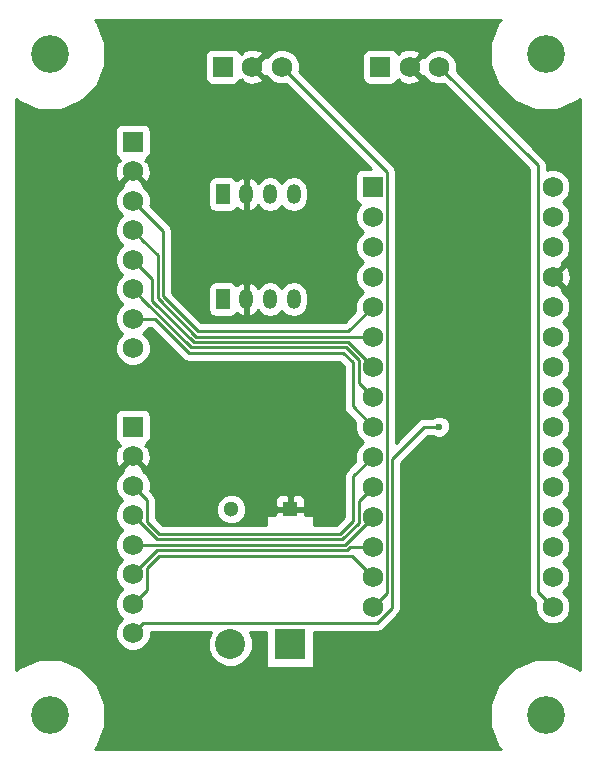
<source format=gbr>
G04 #@! TF.FileFunction,Copper,L2,Bot,Signal*
%FSLAX46Y46*%
G04 Gerber Fmt 4.6, Leading zero omitted, Abs format (unit mm)*
G04 Created by KiCad (PCBNEW 4.0.3+e1-6302~38~ubuntu15.04.1-stable) date Fri Aug 26 22:40:40 2016*
%MOMM*%
%LPD*%
G01*
G04 APERTURE LIST*
%ADD10C,0.100000*%
%ADD11R,1.727200X1.727200*%
%ADD12C,1.727200*%
%ADD13R,1.300000X1.300000*%
%ADD14C,1.300000*%
%ADD15R,1.750000X1.750000*%
%ADD16C,1.750000*%
%ADD17R,1.200000X1.700000*%
%ADD18O,1.200000X1.700000*%
%ADD19R,2.540000X2.540000*%
%ADD20C,2.540000*%
%ADD21C,3.200000*%
%ADD22C,0.600000*%
%ADD23C,0.250000*%
%ADD24C,0.254000*%
G04 APERTURE END LIST*
D10*
D11*
X86360000Y-55245000D03*
D12*
X86360000Y-57785000D03*
X86360000Y-60325000D03*
X86360000Y-62865000D03*
X86360000Y-65405000D03*
X86360000Y-67945000D03*
X86360000Y-70485000D03*
X86360000Y-73025000D03*
X86360000Y-75565000D03*
X86360000Y-78105000D03*
X86360000Y-80645000D03*
X86360000Y-83185000D03*
X86360000Y-85725000D03*
X86360000Y-88265000D03*
X86360000Y-90805000D03*
X101600000Y-90805000D03*
X101600000Y-88265000D03*
X101600000Y-85725000D03*
X101600000Y-83185000D03*
X101600000Y-80645000D03*
X101600000Y-78105000D03*
X101600000Y-75565000D03*
X101600000Y-73025000D03*
X101600000Y-70485000D03*
X101600000Y-67945000D03*
X101600000Y-65405000D03*
X101600000Y-62865000D03*
X101600000Y-60325000D03*
X101600000Y-57785000D03*
X101600000Y-55245000D03*
D13*
X79375000Y-82550000D03*
D14*
X74375000Y-82550000D03*
D15*
X66040000Y-51435000D03*
D16*
X66040000Y-53935000D03*
X66040000Y-56435000D03*
X66040000Y-58935000D03*
X66040000Y-61435000D03*
X66040000Y-63935000D03*
X66040000Y-66435000D03*
X66040000Y-68935000D03*
D15*
X66040000Y-75565000D03*
D16*
X66040000Y-78065000D03*
X66040000Y-80565000D03*
X66040000Y-83065000D03*
X66040000Y-85565000D03*
X66040000Y-88065000D03*
X66040000Y-90565000D03*
X66040000Y-93065000D03*
D17*
X73660000Y-55880000D03*
D18*
X75660000Y-55880000D03*
X77660000Y-55880000D03*
X79660000Y-55880000D03*
D17*
X73660000Y-64770000D03*
D18*
X75660000Y-64770000D03*
X77660000Y-64770000D03*
X79660000Y-64770000D03*
D19*
X79375000Y-93980000D03*
D20*
X74295000Y-93980000D03*
D15*
X73660000Y-45085000D03*
D16*
X76160000Y-45085000D03*
X78660000Y-45085000D03*
D15*
X86995000Y-45085000D03*
D16*
X89495000Y-45085000D03*
X91995000Y-45085000D03*
D21*
X59000000Y-44000000D03*
X101000000Y-44000000D03*
X59000000Y-100000000D03*
X101000000Y-100000000D03*
D22*
X91980000Y-75565000D03*
D23*
X71536410Y-67469242D02*
X68590031Y-64522863D01*
X84295758Y-67469242D02*
X71536410Y-67469242D01*
X68590031Y-58985031D02*
X66914999Y-57309999D01*
X68590031Y-64522863D02*
X68590031Y-58985031D01*
X86360000Y-65405000D02*
X84295758Y-67469242D01*
X66914999Y-57309999D02*
X66040000Y-56435000D01*
X66914999Y-59809999D02*
X66040000Y-58935000D01*
X86360000Y-67945000D02*
X71375757Y-67945000D01*
X68140020Y-61035020D02*
X66914999Y-59809999D01*
X68140020Y-64709263D02*
X68140020Y-61035020D01*
X71375757Y-67945000D02*
X68140020Y-64709263D01*
X66914999Y-62309999D02*
X66040000Y-61435000D01*
X67690009Y-64895663D02*
X67690009Y-63085009D01*
X71189357Y-68395011D02*
X67690009Y-64895663D01*
X84270011Y-68395011D02*
X71189357Y-68395011D01*
X67690009Y-63085009D02*
X66914999Y-62309999D01*
X86360000Y-70485000D02*
X84270011Y-68395011D01*
X86360000Y-73025000D02*
X85171399Y-71836399D01*
X66914999Y-64809999D02*
X66040000Y-63935000D01*
X85171399Y-71836399D02*
X85171399Y-69957784D01*
X70950019Y-68845019D02*
X66914999Y-64809999D01*
X85171399Y-69957784D02*
X84058634Y-68845019D01*
X84058634Y-68845019D02*
X70950019Y-68845019D01*
X66040000Y-66435000D02*
X67903590Y-66435000D01*
X67903590Y-66435000D02*
X70763619Y-69295029D01*
X84648040Y-73853040D02*
X86360000Y-75565000D01*
X70763619Y-69295029D02*
X83833611Y-69295029D01*
X83833611Y-69295029D02*
X84648040Y-70109458D01*
X84648040Y-70109458D02*
X84648040Y-73853040D01*
X66040000Y-66435000D02*
X67773580Y-66435000D01*
X66040000Y-80565000D02*
X67240001Y-81765001D01*
X67240001Y-81765001D02*
X67240001Y-83628591D01*
X67240001Y-83628591D02*
X68276388Y-84664978D01*
X68276388Y-84664978D02*
X83573052Y-84664978D01*
X83573052Y-84664978D02*
X84721389Y-83516641D01*
X84721389Y-83516641D02*
X84721389Y-79743611D01*
X84721389Y-79743611D02*
X86360000Y-78105000D01*
X66595000Y-80010000D02*
X66040000Y-80565000D01*
X86360000Y-80645000D02*
X85171399Y-81833601D01*
X85171399Y-83703042D02*
X83759452Y-85114989D01*
X85171399Y-81833601D02*
X85171399Y-83703042D01*
X83759452Y-85114989D02*
X68089989Y-85114989D01*
X68089989Y-85114989D02*
X66040000Y-83065000D01*
X83980000Y-85565000D02*
X66040000Y-85565000D01*
X86360000Y-83185000D02*
X83980000Y-85565000D01*
X86360000Y-85725000D02*
X84456410Y-85725000D01*
X84456410Y-85725000D02*
X84152799Y-86028611D01*
X84152799Y-86028611D02*
X68076389Y-86028611D01*
X68076389Y-86028611D02*
X66040000Y-88065000D01*
X66240000Y-88265000D02*
X66040000Y-88065000D01*
X66040000Y-90565000D02*
X67240001Y-89364999D01*
X67240001Y-89364999D02*
X67240001Y-87501409D01*
X67240001Y-87501409D02*
X68252466Y-86488944D01*
X68252466Y-86488944D02*
X84583944Y-86488944D01*
X84583944Y-86488944D02*
X86360000Y-88265000D01*
X86360000Y-90805000D02*
X87548601Y-89616399D01*
X87548601Y-89616399D02*
X87548601Y-53973601D01*
X87548601Y-53973601D02*
X78660000Y-45085000D01*
X101600000Y-90805000D02*
X100330000Y-89535000D01*
X100330000Y-89535000D02*
X100330000Y-53420000D01*
X100330000Y-53420000D02*
X91995000Y-45085000D01*
X91980000Y-75565000D02*
X90730000Y-75565000D01*
X90730000Y-75565000D02*
X87998611Y-78296389D01*
X87998611Y-78296389D02*
X87998611Y-90925519D01*
X86734129Y-92190001D02*
X66914999Y-92190001D01*
X87998611Y-90925519D02*
X86734129Y-92190001D01*
X66914999Y-92190001D02*
X66040000Y-93065000D01*
X66040000Y-93065000D02*
X66040000Y-93345000D01*
D24*
G36*
X96994981Y-41318874D02*
X96273823Y-43055617D01*
X96272182Y-44936133D01*
X96990308Y-46674132D01*
X98318874Y-48005019D01*
X100055617Y-48726177D01*
X101936133Y-48727818D01*
X103674132Y-48009692D01*
X103873000Y-47811171D01*
X103873000Y-96187190D01*
X103681126Y-95994981D01*
X101944383Y-95273823D01*
X100063867Y-95272182D01*
X98325868Y-95990308D01*
X96994981Y-97318874D01*
X96273823Y-99055617D01*
X96272182Y-100936133D01*
X96990308Y-102674132D01*
X97188829Y-102873000D01*
X62812810Y-102873000D01*
X63005019Y-102681126D01*
X63726177Y-100944383D01*
X63727818Y-99063867D01*
X63009692Y-97325868D01*
X61681126Y-95994981D01*
X59944383Y-95273823D01*
X58063867Y-95272182D01*
X56325868Y-95990308D01*
X56127000Y-96188829D01*
X56127000Y-74690000D01*
X64517560Y-74690000D01*
X64517560Y-76440000D01*
X64561838Y-76675317D01*
X64700910Y-76891441D01*
X64902226Y-77028994D01*
X64863306Y-77067914D01*
X64977938Y-77182546D01*
X64724047Y-77265884D01*
X64518410Y-77830306D01*
X64544421Y-78430458D01*
X64724047Y-78864116D01*
X64977940Y-78947455D01*
X65860395Y-78065000D01*
X65846253Y-78050858D01*
X66025858Y-77871253D01*
X66040000Y-77885395D01*
X66054143Y-77871253D01*
X66233748Y-78050858D01*
X66219605Y-78065000D01*
X67102060Y-78947455D01*
X67355953Y-78864116D01*
X67561590Y-78299694D01*
X67535579Y-77699542D01*
X67355953Y-77265884D01*
X67102062Y-77182546D01*
X67216694Y-77067914D01*
X67175644Y-77026864D01*
X67366441Y-76904090D01*
X67511431Y-76691890D01*
X67562440Y-76440000D01*
X67562440Y-74690000D01*
X67518162Y-74454683D01*
X67379090Y-74238559D01*
X67166890Y-74093569D01*
X66915000Y-74042560D01*
X65165000Y-74042560D01*
X64929683Y-74086838D01*
X64713559Y-74225910D01*
X64568569Y-74438110D01*
X64517560Y-74690000D01*
X56127000Y-74690000D01*
X56127000Y-56734040D01*
X64529738Y-56734040D01*
X64759138Y-57289229D01*
X65154536Y-57685318D01*
X64760630Y-58078537D01*
X64530262Y-58633325D01*
X64529738Y-59234040D01*
X64759138Y-59789229D01*
X65154536Y-60185318D01*
X64760630Y-60578537D01*
X64530262Y-61133325D01*
X64529738Y-61734040D01*
X64759138Y-62289229D01*
X65154536Y-62685318D01*
X64760630Y-63078537D01*
X64530262Y-63633325D01*
X64529738Y-64234040D01*
X64759138Y-64789229D01*
X65154536Y-65185318D01*
X64760630Y-65578537D01*
X64530262Y-66133325D01*
X64529738Y-66734040D01*
X64759138Y-67289229D01*
X65154536Y-67685318D01*
X64760630Y-68078537D01*
X64530262Y-68633325D01*
X64529738Y-69234040D01*
X64759138Y-69789229D01*
X65183537Y-70214370D01*
X65738325Y-70444738D01*
X66339040Y-70445262D01*
X66894229Y-70215862D01*
X67319370Y-69791463D01*
X67549738Y-69236675D01*
X67550262Y-68635960D01*
X67320862Y-68080771D01*
X66925464Y-67684682D01*
X67319370Y-67291463D01*
X67359425Y-67195000D01*
X67588788Y-67195000D01*
X70226218Y-69832430D01*
X70472780Y-69997177D01*
X70763619Y-70055029D01*
X83518809Y-70055029D01*
X83888040Y-70424260D01*
X83888040Y-73853040D01*
X83945892Y-74143879D01*
X84110639Y-74390441D01*
X84898084Y-75177886D01*
X84861661Y-75265602D01*
X84861141Y-75861782D01*
X85088808Y-76412780D01*
X85510003Y-76834710D01*
X85510931Y-76835095D01*
X85090290Y-77255003D01*
X84861661Y-77805602D01*
X84861141Y-78401782D01*
X84898354Y-78491844D01*
X84183988Y-79206210D01*
X84019241Y-79452772D01*
X83961389Y-79743611D01*
X83961389Y-83201839D01*
X83258250Y-83904978D01*
X81407000Y-83904978D01*
X81407000Y-83185000D01*
X81398315Y-83138841D01*
X81371035Y-83096447D01*
X81329410Y-83068006D01*
X81280000Y-83058000D01*
X80660000Y-83058000D01*
X80660000Y-82835750D01*
X80501250Y-82677000D01*
X79502000Y-82677000D01*
X79502000Y-82697000D01*
X79248000Y-82697000D01*
X79248000Y-82677000D01*
X78248750Y-82677000D01*
X78090000Y-82835750D01*
X78090000Y-83058000D01*
X77470000Y-83058000D01*
X77423841Y-83066685D01*
X77381447Y-83093965D01*
X77353006Y-83135590D01*
X77343000Y-83185000D01*
X77343000Y-83904978D01*
X68591190Y-83904978D01*
X68000001Y-83313789D01*
X68000001Y-82804481D01*
X73089777Y-82804481D01*
X73284995Y-83276943D01*
X73646155Y-83638735D01*
X74118276Y-83834777D01*
X74629481Y-83835223D01*
X75101943Y-83640005D01*
X75463735Y-83278845D01*
X75659777Y-82806724D01*
X75660223Y-82295519D01*
X75465005Y-81823057D01*
X75415725Y-81773690D01*
X78090000Y-81773690D01*
X78090000Y-82264250D01*
X78248750Y-82423000D01*
X79248000Y-82423000D01*
X79248000Y-81423750D01*
X79502000Y-81423750D01*
X79502000Y-82423000D01*
X80501250Y-82423000D01*
X80660000Y-82264250D01*
X80660000Y-81773690D01*
X80563327Y-81540301D01*
X80384698Y-81361673D01*
X80151309Y-81265000D01*
X79660750Y-81265000D01*
X79502000Y-81423750D01*
X79248000Y-81423750D01*
X79089250Y-81265000D01*
X78598691Y-81265000D01*
X78365302Y-81361673D01*
X78186673Y-81540301D01*
X78090000Y-81773690D01*
X75415725Y-81773690D01*
X75103845Y-81461265D01*
X74631724Y-81265223D01*
X74120519Y-81264777D01*
X73648057Y-81459995D01*
X73286265Y-81821155D01*
X73090223Y-82293276D01*
X73089777Y-82804481D01*
X68000001Y-82804481D01*
X68000001Y-81765001D01*
X67942149Y-81474162D01*
X67777402Y-81227600D01*
X67510639Y-80960837D01*
X67549738Y-80866675D01*
X67550262Y-80265960D01*
X67320862Y-79710771D01*
X67232191Y-79621945D01*
X67132401Y-79472599D01*
X66984361Y-79373682D01*
X66896463Y-79285630D01*
X66873531Y-79276108D01*
X66922455Y-79127060D01*
X66040000Y-78244605D01*
X65157545Y-79127060D01*
X65206318Y-79275648D01*
X65185771Y-79284138D01*
X64760630Y-79708537D01*
X64530262Y-80263325D01*
X64529738Y-80864040D01*
X64759138Y-81419229D01*
X65154536Y-81815318D01*
X64760630Y-82208537D01*
X64530262Y-82763325D01*
X64529738Y-83364040D01*
X64759138Y-83919229D01*
X65154536Y-84315318D01*
X64760630Y-84708537D01*
X64530262Y-85263325D01*
X64529738Y-85864040D01*
X64759138Y-86419229D01*
X65154536Y-86815318D01*
X64760630Y-87208537D01*
X64530262Y-87763325D01*
X64529738Y-88364040D01*
X64759138Y-88919229D01*
X65154536Y-89315318D01*
X64760630Y-89708537D01*
X64530262Y-90263325D01*
X64529738Y-90864040D01*
X64759138Y-91419229D01*
X65154536Y-91815318D01*
X64760630Y-92208537D01*
X64530262Y-92763325D01*
X64529738Y-93364040D01*
X64759138Y-93919229D01*
X65183537Y-94344370D01*
X65738325Y-94574738D01*
X66339040Y-94575262D01*
X66894229Y-94345862D01*
X67319370Y-93921463D01*
X67549738Y-93366675D01*
X67550101Y-92950001D01*
X72659989Y-92950001D01*
X72390332Y-93599410D01*
X72389670Y-94357265D01*
X72679078Y-95057686D01*
X73214495Y-95594039D01*
X73914410Y-95884668D01*
X74672265Y-95885330D01*
X75372686Y-95595922D01*
X75909039Y-95060505D01*
X76199668Y-94360590D01*
X76200330Y-93602735D01*
X75930626Y-92950001D01*
X77343000Y-92950001D01*
X77343000Y-95885000D01*
X77351685Y-95931159D01*
X77378965Y-95973553D01*
X77420590Y-96001994D01*
X77470000Y-96012000D01*
X81280000Y-96012000D01*
X81326159Y-96003315D01*
X81368553Y-95976035D01*
X81396994Y-95934410D01*
X81407000Y-95885000D01*
X81407000Y-92950001D01*
X86734129Y-92950001D01*
X87024968Y-92892149D01*
X87271530Y-92727402D01*
X88536012Y-91462920D01*
X88700759Y-91216358D01*
X88758611Y-90925519D01*
X88758611Y-78611191D01*
X91044802Y-76325000D01*
X91417537Y-76325000D01*
X91449673Y-76357192D01*
X91793201Y-76499838D01*
X92165167Y-76500162D01*
X92508943Y-76358117D01*
X92772192Y-76095327D01*
X92914838Y-75751799D01*
X92915162Y-75379833D01*
X92773117Y-75036057D01*
X92510327Y-74772808D01*
X92166799Y-74630162D01*
X91794833Y-74629838D01*
X91451057Y-74771883D01*
X91417882Y-74805000D01*
X90730000Y-74805000D01*
X90439160Y-74862852D01*
X90192599Y-75027599D01*
X88308601Y-76911597D01*
X88308601Y-53973601D01*
X88250749Y-53682762D01*
X88086002Y-53436200D01*
X80130639Y-45480837D01*
X80169738Y-45386675D01*
X80170262Y-44785960D01*
X79940862Y-44230771D01*
X79920128Y-44210000D01*
X85472560Y-44210000D01*
X85472560Y-45960000D01*
X85516838Y-46195317D01*
X85655910Y-46411441D01*
X85868110Y-46556431D01*
X86120000Y-46607440D01*
X87870000Y-46607440D01*
X88105317Y-46563162D01*
X88321441Y-46424090D01*
X88458994Y-46222774D01*
X88497914Y-46261694D01*
X88612546Y-46147062D01*
X88695884Y-46400953D01*
X89260306Y-46606590D01*
X89860458Y-46580579D01*
X90294116Y-46400953D01*
X90377455Y-46147060D01*
X89495000Y-45264605D01*
X89480858Y-45278748D01*
X89301253Y-45099143D01*
X89315395Y-45085000D01*
X89674605Y-45085000D01*
X90557060Y-45967455D01*
X90705648Y-45918682D01*
X90714138Y-45939229D01*
X91138537Y-46364370D01*
X91693325Y-46594738D01*
X92294040Y-46595262D01*
X92390573Y-46555375D01*
X99570000Y-53734802D01*
X99570000Y-89535000D01*
X99627852Y-89825839D01*
X99792599Y-90072401D01*
X100138084Y-90417886D01*
X100101661Y-90505602D01*
X100101141Y-91101782D01*
X100328808Y-91652780D01*
X100750003Y-92074710D01*
X101300602Y-92303339D01*
X101896782Y-92303859D01*
X102447780Y-92076192D01*
X102869710Y-91654997D01*
X103098339Y-91104398D01*
X103098859Y-90508218D01*
X102871192Y-89957220D01*
X102449997Y-89535290D01*
X102449069Y-89534905D01*
X102869710Y-89114997D01*
X103098339Y-88564398D01*
X103098859Y-87968218D01*
X102871192Y-87417220D01*
X102449997Y-86995290D01*
X102449069Y-86994905D01*
X102869710Y-86574997D01*
X103098339Y-86024398D01*
X103098859Y-85428218D01*
X102871192Y-84877220D01*
X102449997Y-84455290D01*
X102449069Y-84454905D01*
X102869710Y-84034997D01*
X103098339Y-83484398D01*
X103098859Y-82888218D01*
X102871192Y-82337220D01*
X102449997Y-81915290D01*
X102449069Y-81914905D01*
X102869710Y-81494997D01*
X103098339Y-80944398D01*
X103098859Y-80348218D01*
X102871192Y-79797220D01*
X102449997Y-79375290D01*
X102449069Y-79374905D01*
X102869710Y-78954997D01*
X103098339Y-78404398D01*
X103098859Y-77808218D01*
X102871192Y-77257220D01*
X102449997Y-76835290D01*
X102449069Y-76834905D01*
X102869710Y-76414997D01*
X103098339Y-75864398D01*
X103098859Y-75268218D01*
X102871192Y-74717220D01*
X102449997Y-74295290D01*
X102449069Y-74294905D01*
X102869710Y-73874997D01*
X103098339Y-73324398D01*
X103098859Y-72728218D01*
X102871192Y-72177220D01*
X102449997Y-71755290D01*
X102449069Y-71754905D01*
X102869710Y-71334997D01*
X103098339Y-70784398D01*
X103098859Y-70188218D01*
X102871192Y-69637220D01*
X102449997Y-69215290D01*
X102449069Y-69214905D01*
X102869710Y-68794997D01*
X103098339Y-68244398D01*
X103098859Y-67648218D01*
X102871192Y-67097220D01*
X102449997Y-66675290D01*
X102449069Y-66674905D01*
X102869710Y-66254997D01*
X103098339Y-65704398D01*
X103098859Y-65108218D01*
X102871192Y-64557220D01*
X102449997Y-64135290D01*
X102409463Y-64118459D01*
X102474200Y-63918805D01*
X101600000Y-63044605D01*
X101585858Y-63058748D01*
X101406253Y-62879143D01*
X101420395Y-62865000D01*
X101779605Y-62865000D01*
X102653805Y-63739200D01*
X102906516Y-63657259D01*
X103110248Y-63096970D01*
X103084058Y-62501365D01*
X102906516Y-62072741D01*
X102653805Y-61990800D01*
X101779605Y-62865000D01*
X101420395Y-62865000D01*
X101406253Y-62850858D01*
X101585858Y-62671253D01*
X101600000Y-62685395D01*
X102474200Y-61811195D01*
X102409601Y-61611967D01*
X102447780Y-61596192D01*
X102869710Y-61174997D01*
X103098339Y-60624398D01*
X103098859Y-60028218D01*
X102871192Y-59477220D01*
X102449997Y-59055290D01*
X102449069Y-59054905D01*
X102869710Y-58634997D01*
X103098339Y-58084398D01*
X103098859Y-57488218D01*
X102871192Y-56937220D01*
X102449997Y-56515290D01*
X102449069Y-56514905D01*
X102869710Y-56094997D01*
X103098339Y-55544398D01*
X103098859Y-54948218D01*
X102871192Y-54397220D01*
X102449997Y-53975290D01*
X101899398Y-53746661D01*
X101303218Y-53746141D01*
X101090000Y-53834241D01*
X101090000Y-53420000D01*
X101032148Y-53129161D01*
X100867401Y-52882599D01*
X93465639Y-45480837D01*
X93504738Y-45386675D01*
X93505262Y-44785960D01*
X93275862Y-44230771D01*
X92851463Y-43805630D01*
X92296675Y-43575262D01*
X91695960Y-43574738D01*
X91140771Y-43804138D01*
X90715630Y-44228537D01*
X90706108Y-44251469D01*
X90557060Y-44202545D01*
X89674605Y-45085000D01*
X89315395Y-45085000D01*
X89301253Y-45070858D01*
X89480858Y-44891253D01*
X89495000Y-44905395D01*
X90377455Y-44022940D01*
X90294116Y-43769047D01*
X89729694Y-43563410D01*
X89129542Y-43589421D01*
X88695884Y-43769047D01*
X88612546Y-44022938D01*
X88497914Y-43908306D01*
X88456864Y-43949356D01*
X88334090Y-43758559D01*
X88121890Y-43613569D01*
X87870000Y-43562560D01*
X86120000Y-43562560D01*
X85884683Y-43606838D01*
X85668559Y-43745910D01*
X85523569Y-43958110D01*
X85472560Y-44210000D01*
X79920128Y-44210000D01*
X79516463Y-43805630D01*
X78961675Y-43575262D01*
X78360960Y-43574738D01*
X77805771Y-43804138D01*
X77380630Y-44228537D01*
X77371108Y-44251469D01*
X77222060Y-44202545D01*
X76339605Y-45085000D01*
X77222060Y-45967455D01*
X77370648Y-45918682D01*
X77379138Y-45939229D01*
X77803537Y-46364370D01*
X78358325Y-46594738D01*
X78959040Y-46595262D01*
X79055573Y-46555375D01*
X86234158Y-53733960D01*
X85496400Y-53733960D01*
X85261083Y-53778238D01*
X85044959Y-53917310D01*
X84899969Y-54129510D01*
X84848960Y-54381400D01*
X84848960Y-56108600D01*
X84893238Y-56343917D01*
X85032310Y-56560041D01*
X85244510Y-56705031D01*
X85307820Y-56717852D01*
X85090290Y-56935003D01*
X84861661Y-57485602D01*
X84861141Y-58081782D01*
X85088808Y-58632780D01*
X85510003Y-59054710D01*
X85510931Y-59055095D01*
X85090290Y-59475003D01*
X84861661Y-60025602D01*
X84861141Y-60621782D01*
X85088808Y-61172780D01*
X85510003Y-61594710D01*
X85510931Y-61595095D01*
X85090290Y-62015003D01*
X84861661Y-62565602D01*
X84861141Y-63161782D01*
X85088808Y-63712780D01*
X85510003Y-64134710D01*
X85510931Y-64135095D01*
X85090290Y-64555003D01*
X84861661Y-65105602D01*
X84861141Y-65701782D01*
X84898354Y-65791844D01*
X83980956Y-66709242D01*
X71851212Y-66709242D01*
X69350031Y-64208061D01*
X69350031Y-63920000D01*
X72412560Y-63920000D01*
X72412560Y-65620000D01*
X72456838Y-65855317D01*
X72595910Y-66071441D01*
X72808110Y-66216431D01*
X73060000Y-66267440D01*
X74260000Y-66267440D01*
X74495317Y-66223162D01*
X74711441Y-66084090D01*
X74815571Y-65931691D01*
X74830875Y-65951933D01*
X75250624Y-66198286D01*
X75342391Y-66213462D01*
X75533000Y-66088731D01*
X75533000Y-64897000D01*
X75513000Y-64897000D01*
X75513000Y-64643000D01*
X75533000Y-64643000D01*
X75533000Y-63451269D01*
X75787000Y-63451269D01*
X75787000Y-64643000D01*
X75807000Y-64643000D01*
X75807000Y-64897000D01*
X75787000Y-64897000D01*
X75787000Y-66088731D01*
X75977609Y-66213462D01*
X76069376Y-66198286D01*
X76489125Y-65951933D01*
X76657590Y-65729109D01*
X76786723Y-65922370D01*
X77187386Y-66190084D01*
X77660000Y-66284093D01*
X78132614Y-66190084D01*
X78533277Y-65922370D01*
X78660000Y-65732715D01*
X78786723Y-65922370D01*
X79187386Y-66190084D01*
X79660000Y-66284093D01*
X80132614Y-66190084D01*
X80533277Y-65922370D01*
X80800991Y-65521707D01*
X80895000Y-65049093D01*
X80895000Y-64490907D01*
X80800991Y-64018293D01*
X80533277Y-63617630D01*
X80132614Y-63349916D01*
X79660000Y-63255907D01*
X79187386Y-63349916D01*
X78786723Y-63617630D01*
X78660000Y-63807285D01*
X78533277Y-63617630D01*
X78132614Y-63349916D01*
X77660000Y-63255907D01*
X77187386Y-63349916D01*
X76786723Y-63617630D01*
X76657590Y-63810891D01*
X76489125Y-63588067D01*
X76069376Y-63341714D01*
X75977609Y-63326538D01*
X75787000Y-63451269D01*
X75533000Y-63451269D01*
X75342391Y-63326538D01*
X75250624Y-63341714D01*
X74830875Y-63588067D01*
X74814731Y-63609420D01*
X74724090Y-63468559D01*
X74511890Y-63323569D01*
X74260000Y-63272560D01*
X73060000Y-63272560D01*
X72824683Y-63316838D01*
X72608559Y-63455910D01*
X72463569Y-63668110D01*
X72412560Y-63920000D01*
X69350031Y-63920000D01*
X69350031Y-58985031D01*
X69292179Y-58694192D01*
X69127432Y-58447630D01*
X67510639Y-56830837D01*
X67549738Y-56736675D01*
X67550262Y-56135960D01*
X67320862Y-55580771D01*
X66896463Y-55155630D01*
X66873531Y-55146108D01*
X66911642Y-55030000D01*
X72412560Y-55030000D01*
X72412560Y-56730000D01*
X72456838Y-56965317D01*
X72595910Y-57181441D01*
X72808110Y-57326431D01*
X73060000Y-57377440D01*
X74260000Y-57377440D01*
X74495317Y-57333162D01*
X74711441Y-57194090D01*
X74815571Y-57041691D01*
X74830875Y-57061933D01*
X75250624Y-57308286D01*
X75342391Y-57323462D01*
X75533000Y-57198731D01*
X75533000Y-56007000D01*
X75513000Y-56007000D01*
X75513000Y-55753000D01*
X75533000Y-55753000D01*
X75533000Y-54561269D01*
X75787000Y-54561269D01*
X75787000Y-55753000D01*
X75807000Y-55753000D01*
X75807000Y-56007000D01*
X75787000Y-56007000D01*
X75787000Y-57198731D01*
X75977609Y-57323462D01*
X76069376Y-57308286D01*
X76489125Y-57061933D01*
X76657590Y-56839109D01*
X76786723Y-57032370D01*
X77187386Y-57300084D01*
X77660000Y-57394093D01*
X78132614Y-57300084D01*
X78533277Y-57032370D01*
X78660000Y-56842715D01*
X78786723Y-57032370D01*
X79187386Y-57300084D01*
X79660000Y-57394093D01*
X80132614Y-57300084D01*
X80533277Y-57032370D01*
X80800991Y-56631707D01*
X80895000Y-56159093D01*
X80895000Y-55600907D01*
X80800991Y-55128293D01*
X80533277Y-54727630D01*
X80132614Y-54459916D01*
X79660000Y-54365907D01*
X79187386Y-54459916D01*
X78786723Y-54727630D01*
X78660000Y-54917285D01*
X78533277Y-54727630D01*
X78132614Y-54459916D01*
X77660000Y-54365907D01*
X77187386Y-54459916D01*
X76786723Y-54727630D01*
X76657590Y-54920891D01*
X76489125Y-54698067D01*
X76069376Y-54451714D01*
X75977609Y-54436538D01*
X75787000Y-54561269D01*
X75533000Y-54561269D01*
X75342391Y-54436538D01*
X75250624Y-54451714D01*
X74830875Y-54698067D01*
X74814731Y-54719420D01*
X74724090Y-54578559D01*
X74511890Y-54433569D01*
X74260000Y-54382560D01*
X73060000Y-54382560D01*
X72824683Y-54426838D01*
X72608559Y-54565910D01*
X72463569Y-54778110D01*
X72412560Y-55030000D01*
X66911642Y-55030000D01*
X66922455Y-54997060D01*
X66040000Y-54114605D01*
X65157545Y-54997060D01*
X65206318Y-55145648D01*
X65185771Y-55154138D01*
X64760630Y-55578537D01*
X64530262Y-56133325D01*
X64529738Y-56734040D01*
X56127000Y-56734040D01*
X56127000Y-50560000D01*
X64517560Y-50560000D01*
X64517560Y-52310000D01*
X64561838Y-52545317D01*
X64700910Y-52761441D01*
X64902226Y-52898994D01*
X64863306Y-52937914D01*
X64977938Y-53052546D01*
X64724047Y-53135884D01*
X64518410Y-53700306D01*
X64544421Y-54300458D01*
X64724047Y-54734116D01*
X64977940Y-54817455D01*
X65860395Y-53935000D01*
X65846253Y-53920858D01*
X66025858Y-53741253D01*
X66040000Y-53755395D01*
X66054143Y-53741253D01*
X66233748Y-53920858D01*
X66219605Y-53935000D01*
X67102060Y-54817455D01*
X67355953Y-54734116D01*
X67561590Y-54169694D01*
X67535579Y-53569542D01*
X67355953Y-53135884D01*
X67102062Y-53052546D01*
X67216694Y-52937914D01*
X67175644Y-52896864D01*
X67366441Y-52774090D01*
X67511431Y-52561890D01*
X67562440Y-52310000D01*
X67562440Y-50560000D01*
X67518162Y-50324683D01*
X67379090Y-50108559D01*
X67166890Y-49963569D01*
X66915000Y-49912560D01*
X65165000Y-49912560D01*
X64929683Y-49956838D01*
X64713559Y-50095910D01*
X64568569Y-50308110D01*
X64517560Y-50560000D01*
X56127000Y-50560000D01*
X56127000Y-47812810D01*
X56318874Y-48005019D01*
X58055617Y-48726177D01*
X59936133Y-48727818D01*
X61674132Y-48009692D01*
X63005019Y-46681126D01*
X63726177Y-44944383D01*
X63726817Y-44210000D01*
X72137560Y-44210000D01*
X72137560Y-45960000D01*
X72181838Y-46195317D01*
X72320910Y-46411441D01*
X72533110Y-46556431D01*
X72785000Y-46607440D01*
X74535000Y-46607440D01*
X74770317Y-46563162D01*
X74986441Y-46424090D01*
X75123994Y-46222774D01*
X75162914Y-46261694D01*
X75277546Y-46147062D01*
X75360884Y-46400953D01*
X75925306Y-46606590D01*
X76525458Y-46580579D01*
X76959116Y-46400953D01*
X77042455Y-46147060D01*
X76160000Y-45264605D01*
X76145858Y-45278748D01*
X75966253Y-45099143D01*
X75980395Y-45085000D01*
X75966253Y-45070858D01*
X76145858Y-44891253D01*
X76160000Y-44905395D01*
X77042455Y-44022940D01*
X76959116Y-43769047D01*
X76394694Y-43563410D01*
X75794542Y-43589421D01*
X75360884Y-43769047D01*
X75277546Y-44022938D01*
X75162914Y-43908306D01*
X75121864Y-43949356D01*
X74999090Y-43758559D01*
X74786890Y-43613569D01*
X74535000Y-43562560D01*
X72785000Y-43562560D01*
X72549683Y-43606838D01*
X72333559Y-43745910D01*
X72188569Y-43958110D01*
X72137560Y-44210000D01*
X63726817Y-44210000D01*
X63727818Y-43063867D01*
X63009692Y-41325868D01*
X62811171Y-41127000D01*
X97187190Y-41127000D01*
X96994981Y-41318874D01*
X96994981Y-41318874D01*
G37*
X96994981Y-41318874D02*
X96273823Y-43055617D01*
X96272182Y-44936133D01*
X96990308Y-46674132D01*
X98318874Y-48005019D01*
X100055617Y-48726177D01*
X101936133Y-48727818D01*
X103674132Y-48009692D01*
X103873000Y-47811171D01*
X103873000Y-96187190D01*
X103681126Y-95994981D01*
X101944383Y-95273823D01*
X100063867Y-95272182D01*
X98325868Y-95990308D01*
X96994981Y-97318874D01*
X96273823Y-99055617D01*
X96272182Y-100936133D01*
X96990308Y-102674132D01*
X97188829Y-102873000D01*
X62812810Y-102873000D01*
X63005019Y-102681126D01*
X63726177Y-100944383D01*
X63727818Y-99063867D01*
X63009692Y-97325868D01*
X61681126Y-95994981D01*
X59944383Y-95273823D01*
X58063867Y-95272182D01*
X56325868Y-95990308D01*
X56127000Y-96188829D01*
X56127000Y-74690000D01*
X64517560Y-74690000D01*
X64517560Y-76440000D01*
X64561838Y-76675317D01*
X64700910Y-76891441D01*
X64902226Y-77028994D01*
X64863306Y-77067914D01*
X64977938Y-77182546D01*
X64724047Y-77265884D01*
X64518410Y-77830306D01*
X64544421Y-78430458D01*
X64724047Y-78864116D01*
X64977940Y-78947455D01*
X65860395Y-78065000D01*
X65846253Y-78050858D01*
X66025858Y-77871253D01*
X66040000Y-77885395D01*
X66054143Y-77871253D01*
X66233748Y-78050858D01*
X66219605Y-78065000D01*
X67102060Y-78947455D01*
X67355953Y-78864116D01*
X67561590Y-78299694D01*
X67535579Y-77699542D01*
X67355953Y-77265884D01*
X67102062Y-77182546D01*
X67216694Y-77067914D01*
X67175644Y-77026864D01*
X67366441Y-76904090D01*
X67511431Y-76691890D01*
X67562440Y-76440000D01*
X67562440Y-74690000D01*
X67518162Y-74454683D01*
X67379090Y-74238559D01*
X67166890Y-74093569D01*
X66915000Y-74042560D01*
X65165000Y-74042560D01*
X64929683Y-74086838D01*
X64713559Y-74225910D01*
X64568569Y-74438110D01*
X64517560Y-74690000D01*
X56127000Y-74690000D01*
X56127000Y-56734040D01*
X64529738Y-56734040D01*
X64759138Y-57289229D01*
X65154536Y-57685318D01*
X64760630Y-58078537D01*
X64530262Y-58633325D01*
X64529738Y-59234040D01*
X64759138Y-59789229D01*
X65154536Y-60185318D01*
X64760630Y-60578537D01*
X64530262Y-61133325D01*
X64529738Y-61734040D01*
X64759138Y-62289229D01*
X65154536Y-62685318D01*
X64760630Y-63078537D01*
X64530262Y-63633325D01*
X64529738Y-64234040D01*
X64759138Y-64789229D01*
X65154536Y-65185318D01*
X64760630Y-65578537D01*
X64530262Y-66133325D01*
X64529738Y-66734040D01*
X64759138Y-67289229D01*
X65154536Y-67685318D01*
X64760630Y-68078537D01*
X64530262Y-68633325D01*
X64529738Y-69234040D01*
X64759138Y-69789229D01*
X65183537Y-70214370D01*
X65738325Y-70444738D01*
X66339040Y-70445262D01*
X66894229Y-70215862D01*
X67319370Y-69791463D01*
X67549738Y-69236675D01*
X67550262Y-68635960D01*
X67320862Y-68080771D01*
X66925464Y-67684682D01*
X67319370Y-67291463D01*
X67359425Y-67195000D01*
X67588788Y-67195000D01*
X70226218Y-69832430D01*
X70472780Y-69997177D01*
X70763619Y-70055029D01*
X83518809Y-70055029D01*
X83888040Y-70424260D01*
X83888040Y-73853040D01*
X83945892Y-74143879D01*
X84110639Y-74390441D01*
X84898084Y-75177886D01*
X84861661Y-75265602D01*
X84861141Y-75861782D01*
X85088808Y-76412780D01*
X85510003Y-76834710D01*
X85510931Y-76835095D01*
X85090290Y-77255003D01*
X84861661Y-77805602D01*
X84861141Y-78401782D01*
X84898354Y-78491844D01*
X84183988Y-79206210D01*
X84019241Y-79452772D01*
X83961389Y-79743611D01*
X83961389Y-83201839D01*
X83258250Y-83904978D01*
X81407000Y-83904978D01*
X81407000Y-83185000D01*
X81398315Y-83138841D01*
X81371035Y-83096447D01*
X81329410Y-83068006D01*
X81280000Y-83058000D01*
X80660000Y-83058000D01*
X80660000Y-82835750D01*
X80501250Y-82677000D01*
X79502000Y-82677000D01*
X79502000Y-82697000D01*
X79248000Y-82697000D01*
X79248000Y-82677000D01*
X78248750Y-82677000D01*
X78090000Y-82835750D01*
X78090000Y-83058000D01*
X77470000Y-83058000D01*
X77423841Y-83066685D01*
X77381447Y-83093965D01*
X77353006Y-83135590D01*
X77343000Y-83185000D01*
X77343000Y-83904978D01*
X68591190Y-83904978D01*
X68000001Y-83313789D01*
X68000001Y-82804481D01*
X73089777Y-82804481D01*
X73284995Y-83276943D01*
X73646155Y-83638735D01*
X74118276Y-83834777D01*
X74629481Y-83835223D01*
X75101943Y-83640005D01*
X75463735Y-83278845D01*
X75659777Y-82806724D01*
X75660223Y-82295519D01*
X75465005Y-81823057D01*
X75415725Y-81773690D01*
X78090000Y-81773690D01*
X78090000Y-82264250D01*
X78248750Y-82423000D01*
X79248000Y-82423000D01*
X79248000Y-81423750D01*
X79502000Y-81423750D01*
X79502000Y-82423000D01*
X80501250Y-82423000D01*
X80660000Y-82264250D01*
X80660000Y-81773690D01*
X80563327Y-81540301D01*
X80384698Y-81361673D01*
X80151309Y-81265000D01*
X79660750Y-81265000D01*
X79502000Y-81423750D01*
X79248000Y-81423750D01*
X79089250Y-81265000D01*
X78598691Y-81265000D01*
X78365302Y-81361673D01*
X78186673Y-81540301D01*
X78090000Y-81773690D01*
X75415725Y-81773690D01*
X75103845Y-81461265D01*
X74631724Y-81265223D01*
X74120519Y-81264777D01*
X73648057Y-81459995D01*
X73286265Y-81821155D01*
X73090223Y-82293276D01*
X73089777Y-82804481D01*
X68000001Y-82804481D01*
X68000001Y-81765001D01*
X67942149Y-81474162D01*
X67777402Y-81227600D01*
X67510639Y-80960837D01*
X67549738Y-80866675D01*
X67550262Y-80265960D01*
X67320862Y-79710771D01*
X67232191Y-79621945D01*
X67132401Y-79472599D01*
X66984361Y-79373682D01*
X66896463Y-79285630D01*
X66873531Y-79276108D01*
X66922455Y-79127060D01*
X66040000Y-78244605D01*
X65157545Y-79127060D01*
X65206318Y-79275648D01*
X65185771Y-79284138D01*
X64760630Y-79708537D01*
X64530262Y-80263325D01*
X64529738Y-80864040D01*
X64759138Y-81419229D01*
X65154536Y-81815318D01*
X64760630Y-82208537D01*
X64530262Y-82763325D01*
X64529738Y-83364040D01*
X64759138Y-83919229D01*
X65154536Y-84315318D01*
X64760630Y-84708537D01*
X64530262Y-85263325D01*
X64529738Y-85864040D01*
X64759138Y-86419229D01*
X65154536Y-86815318D01*
X64760630Y-87208537D01*
X64530262Y-87763325D01*
X64529738Y-88364040D01*
X64759138Y-88919229D01*
X65154536Y-89315318D01*
X64760630Y-89708537D01*
X64530262Y-90263325D01*
X64529738Y-90864040D01*
X64759138Y-91419229D01*
X65154536Y-91815318D01*
X64760630Y-92208537D01*
X64530262Y-92763325D01*
X64529738Y-93364040D01*
X64759138Y-93919229D01*
X65183537Y-94344370D01*
X65738325Y-94574738D01*
X66339040Y-94575262D01*
X66894229Y-94345862D01*
X67319370Y-93921463D01*
X67549738Y-93366675D01*
X67550101Y-92950001D01*
X72659989Y-92950001D01*
X72390332Y-93599410D01*
X72389670Y-94357265D01*
X72679078Y-95057686D01*
X73214495Y-95594039D01*
X73914410Y-95884668D01*
X74672265Y-95885330D01*
X75372686Y-95595922D01*
X75909039Y-95060505D01*
X76199668Y-94360590D01*
X76200330Y-93602735D01*
X75930626Y-92950001D01*
X77343000Y-92950001D01*
X77343000Y-95885000D01*
X77351685Y-95931159D01*
X77378965Y-95973553D01*
X77420590Y-96001994D01*
X77470000Y-96012000D01*
X81280000Y-96012000D01*
X81326159Y-96003315D01*
X81368553Y-95976035D01*
X81396994Y-95934410D01*
X81407000Y-95885000D01*
X81407000Y-92950001D01*
X86734129Y-92950001D01*
X87024968Y-92892149D01*
X87271530Y-92727402D01*
X88536012Y-91462920D01*
X88700759Y-91216358D01*
X88758611Y-90925519D01*
X88758611Y-78611191D01*
X91044802Y-76325000D01*
X91417537Y-76325000D01*
X91449673Y-76357192D01*
X91793201Y-76499838D01*
X92165167Y-76500162D01*
X92508943Y-76358117D01*
X92772192Y-76095327D01*
X92914838Y-75751799D01*
X92915162Y-75379833D01*
X92773117Y-75036057D01*
X92510327Y-74772808D01*
X92166799Y-74630162D01*
X91794833Y-74629838D01*
X91451057Y-74771883D01*
X91417882Y-74805000D01*
X90730000Y-74805000D01*
X90439160Y-74862852D01*
X90192599Y-75027599D01*
X88308601Y-76911597D01*
X88308601Y-53973601D01*
X88250749Y-53682762D01*
X88086002Y-53436200D01*
X80130639Y-45480837D01*
X80169738Y-45386675D01*
X80170262Y-44785960D01*
X79940862Y-44230771D01*
X79920128Y-44210000D01*
X85472560Y-44210000D01*
X85472560Y-45960000D01*
X85516838Y-46195317D01*
X85655910Y-46411441D01*
X85868110Y-46556431D01*
X86120000Y-46607440D01*
X87870000Y-46607440D01*
X88105317Y-46563162D01*
X88321441Y-46424090D01*
X88458994Y-46222774D01*
X88497914Y-46261694D01*
X88612546Y-46147062D01*
X88695884Y-46400953D01*
X89260306Y-46606590D01*
X89860458Y-46580579D01*
X90294116Y-46400953D01*
X90377455Y-46147060D01*
X89495000Y-45264605D01*
X89480858Y-45278748D01*
X89301253Y-45099143D01*
X89315395Y-45085000D01*
X89674605Y-45085000D01*
X90557060Y-45967455D01*
X90705648Y-45918682D01*
X90714138Y-45939229D01*
X91138537Y-46364370D01*
X91693325Y-46594738D01*
X92294040Y-46595262D01*
X92390573Y-46555375D01*
X99570000Y-53734802D01*
X99570000Y-89535000D01*
X99627852Y-89825839D01*
X99792599Y-90072401D01*
X100138084Y-90417886D01*
X100101661Y-90505602D01*
X100101141Y-91101782D01*
X100328808Y-91652780D01*
X100750003Y-92074710D01*
X101300602Y-92303339D01*
X101896782Y-92303859D01*
X102447780Y-92076192D01*
X102869710Y-91654997D01*
X103098339Y-91104398D01*
X103098859Y-90508218D01*
X102871192Y-89957220D01*
X102449997Y-89535290D01*
X102449069Y-89534905D01*
X102869710Y-89114997D01*
X103098339Y-88564398D01*
X103098859Y-87968218D01*
X102871192Y-87417220D01*
X102449997Y-86995290D01*
X102449069Y-86994905D01*
X102869710Y-86574997D01*
X103098339Y-86024398D01*
X103098859Y-85428218D01*
X102871192Y-84877220D01*
X102449997Y-84455290D01*
X102449069Y-84454905D01*
X102869710Y-84034997D01*
X103098339Y-83484398D01*
X103098859Y-82888218D01*
X102871192Y-82337220D01*
X102449997Y-81915290D01*
X102449069Y-81914905D01*
X102869710Y-81494997D01*
X103098339Y-80944398D01*
X103098859Y-80348218D01*
X102871192Y-79797220D01*
X102449997Y-79375290D01*
X102449069Y-79374905D01*
X102869710Y-78954997D01*
X103098339Y-78404398D01*
X103098859Y-77808218D01*
X102871192Y-77257220D01*
X102449997Y-76835290D01*
X102449069Y-76834905D01*
X102869710Y-76414997D01*
X103098339Y-75864398D01*
X103098859Y-75268218D01*
X102871192Y-74717220D01*
X102449997Y-74295290D01*
X102449069Y-74294905D01*
X102869710Y-73874997D01*
X103098339Y-73324398D01*
X103098859Y-72728218D01*
X102871192Y-72177220D01*
X102449997Y-71755290D01*
X102449069Y-71754905D01*
X102869710Y-71334997D01*
X103098339Y-70784398D01*
X103098859Y-70188218D01*
X102871192Y-69637220D01*
X102449997Y-69215290D01*
X102449069Y-69214905D01*
X102869710Y-68794997D01*
X103098339Y-68244398D01*
X103098859Y-67648218D01*
X102871192Y-67097220D01*
X102449997Y-66675290D01*
X102449069Y-66674905D01*
X102869710Y-66254997D01*
X103098339Y-65704398D01*
X103098859Y-65108218D01*
X102871192Y-64557220D01*
X102449997Y-64135290D01*
X102409463Y-64118459D01*
X102474200Y-63918805D01*
X101600000Y-63044605D01*
X101585858Y-63058748D01*
X101406253Y-62879143D01*
X101420395Y-62865000D01*
X101779605Y-62865000D01*
X102653805Y-63739200D01*
X102906516Y-63657259D01*
X103110248Y-63096970D01*
X103084058Y-62501365D01*
X102906516Y-62072741D01*
X102653805Y-61990800D01*
X101779605Y-62865000D01*
X101420395Y-62865000D01*
X101406253Y-62850858D01*
X101585858Y-62671253D01*
X101600000Y-62685395D01*
X102474200Y-61811195D01*
X102409601Y-61611967D01*
X102447780Y-61596192D01*
X102869710Y-61174997D01*
X103098339Y-60624398D01*
X103098859Y-60028218D01*
X102871192Y-59477220D01*
X102449997Y-59055290D01*
X102449069Y-59054905D01*
X102869710Y-58634997D01*
X103098339Y-58084398D01*
X103098859Y-57488218D01*
X102871192Y-56937220D01*
X102449997Y-56515290D01*
X102449069Y-56514905D01*
X102869710Y-56094997D01*
X103098339Y-55544398D01*
X103098859Y-54948218D01*
X102871192Y-54397220D01*
X102449997Y-53975290D01*
X101899398Y-53746661D01*
X101303218Y-53746141D01*
X101090000Y-53834241D01*
X101090000Y-53420000D01*
X101032148Y-53129161D01*
X100867401Y-52882599D01*
X93465639Y-45480837D01*
X93504738Y-45386675D01*
X93505262Y-44785960D01*
X93275862Y-44230771D01*
X92851463Y-43805630D01*
X92296675Y-43575262D01*
X91695960Y-43574738D01*
X91140771Y-43804138D01*
X90715630Y-44228537D01*
X90706108Y-44251469D01*
X90557060Y-44202545D01*
X89674605Y-45085000D01*
X89315395Y-45085000D01*
X89301253Y-45070858D01*
X89480858Y-44891253D01*
X89495000Y-44905395D01*
X90377455Y-44022940D01*
X90294116Y-43769047D01*
X89729694Y-43563410D01*
X89129542Y-43589421D01*
X88695884Y-43769047D01*
X88612546Y-44022938D01*
X88497914Y-43908306D01*
X88456864Y-43949356D01*
X88334090Y-43758559D01*
X88121890Y-43613569D01*
X87870000Y-43562560D01*
X86120000Y-43562560D01*
X85884683Y-43606838D01*
X85668559Y-43745910D01*
X85523569Y-43958110D01*
X85472560Y-44210000D01*
X79920128Y-44210000D01*
X79516463Y-43805630D01*
X78961675Y-43575262D01*
X78360960Y-43574738D01*
X77805771Y-43804138D01*
X77380630Y-44228537D01*
X77371108Y-44251469D01*
X77222060Y-44202545D01*
X76339605Y-45085000D01*
X77222060Y-45967455D01*
X77370648Y-45918682D01*
X77379138Y-45939229D01*
X77803537Y-46364370D01*
X78358325Y-46594738D01*
X78959040Y-46595262D01*
X79055573Y-46555375D01*
X86234158Y-53733960D01*
X85496400Y-53733960D01*
X85261083Y-53778238D01*
X85044959Y-53917310D01*
X84899969Y-54129510D01*
X84848960Y-54381400D01*
X84848960Y-56108600D01*
X84893238Y-56343917D01*
X85032310Y-56560041D01*
X85244510Y-56705031D01*
X85307820Y-56717852D01*
X85090290Y-56935003D01*
X84861661Y-57485602D01*
X84861141Y-58081782D01*
X85088808Y-58632780D01*
X85510003Y-59054710D01*
X85510931Y-59055095D01*
X85090290Y-59475003D01*
X84861661Y-60025602D01*
X84861141Y-60621782D01*
X85088808Y-61172780D01*
X85510003Y-61594710D01*
X85510931Y-61595095D01*
X85090290Y-62015003D01*
X84861661Y-62565602D01*
X84861141Y-63161782D01*
X85088808Y-63712780D01*
X85510003Y-64134710D01*
X85510931Y-64135095D01*
X85090290Y-64555003D01*
X84861661Y-65105602D01*
X84861141Y-65701782D01*
X84898354Y-65791844D01*
X83980956Y-66709242D01*
X71851212Y-66709242D01*
X69350031Y-64208061D01*
X69350031Y-63920000D01*
X72412560Y-63920000D01*
X72412560Y-65620000D01*
X72456838Y-65855317D01*
X72595910Y-66071441D01*
X72808110Y-66216431D01*
X73060000Y-66267440D01*
X74260000Y-66267440D01*
X74495317Y-66223162D01*
X74711441Y-66084090D01*
X74815571Y-65931691D01*
X74830875Y-65951933D01*
X75250624Y-66198286D01*
X75342391Y-66213462D01*
X75533000Y-66088731D01*
X75533000Y-64897000D01*
X75513000Y-64897000D01*
X75513000Y-64643000D01*
X75533000Y-64643000D01*
X75533000Y-63451269D01*
X75787000Y-63451269D01*
X75787000Y-64643000D01*
X75807000Y-64643000D01*
X75807000Y-64897000D01*
X75787000Y-64897000D01*
X75787000Y-66088731D01*
X75977609Y-66213462D01*
X76069376Y-66198286D01*
X76489125Y-65951933D01*
X76657590Y-65729109D01*
X76786723Y-65922370D01*
X77187386Y-66190084D01*
X77660000Y-66284093D01*
X78132614Y-66190084D01*
X78533277Y-65922370D01*
X78660000Y-65732715D01*
X78786723Y-65922370D01*
X79187386Y-66190084D01*
X79660000Y-66284093D01*
X80132614Y-66190084D01*
X80533277Y-65922370D01*
X80800991Y-65521707D01*
X80895000Y-65049093D01*
X80895000Y-64490907D01*
X80800991Y-64018293D01*
X80533277Y-63617630D01*
X80132614Y-63349916D01*
X79660000Y-63255907D01*
X79187386Y-63349916D01*
X78786723Y-63617630D01*
X78660000Y-63807285D01*
X78533277Y-63617630D01*
X78132614Y-63349916D01*
X77660000Y-63255907D01*
X77187386Y-63349916D01*
X76786723Y-63617630D01*
X76657590Y-63810891D01*
X76489125Y-63588067D01*
X76069376Y-63341714D01*
X75977609Y-63326538D01*
X75787000Y-63451269D01*
X75533000Y-63451269D01*
X75342391Y-63326538D01*
X75250624Y-63341714D01*
X74830875Y-63588067D01*
X74814731Y-63609420D01*
X74724090Y-63468559D01*
X74511890Y-63323569D01*
X74260000Y-63272560D01*
X73060000Y-63272560D01*
X72824683Y-63316838D01*
X72608559Y-63455910D01*
X72463569Y-63668110D01*
X72412560Y-63920000D01*
X69350031Y-63920000D01*
X69350031Y-58985031D01*
X69292179Y-58694192D01*
X69127432Y-58447630D01*
X67510639Y-56830837D01*
X67549738Y-56736675D01*
X67550262Y-56135960D01*
X67320862Y-55580771D01*
X66896463Y-55155630D01*
X66873531Y-55146108D01*
X66911642Y-55030000D01*
X72412560Y-55030000D01*
X72412560Y-56730000D01*
X72456838Y-56965317D01*
X72595910Y-57181441D01*
X72808110Y-57326431D01*
X73060000Y-57377440D01*
X74260000Y-57377440D01*
X74495317Y-57333162D01*
X74711441Y-57194090D01*
X74815571Y-57041691D01*
X74830875Y-57061933D01*
X75250624Y-57308286D01*
X75342391Y-57323462D01*
X75533000Y-57198731D01*
X75533000Y-56007000D01*
X75513000Y-56007000D01*
X75513000Y-55753000D01*
X75533000Y-55753000D01*
X75533000Y-54561269D01*
X75787000Y-54561269D01*
X75787000Y-55753000D01*
X75807000Y-55753000D01*
X75807000Y-56007000D01*
X75787000Y-56007000D01*
X75787000Y-57198731D01*
X75977609Y-57323462D01*
X76069376Y-57308286D01*
X76489125Y-57061933D01*
X76657590Y-56839109D01*
X76786723Y-57032370D01*
X77187386Y-57300084D01*
X77660000Y-57394093D01*
X78132614Y-57300084D01*
X78533277Y-57032370D01*
X78660000Y-56842715D01*
X78786723Y-57032370D01*
X79187386Y-57300084D01*
X79660000Y-57394093D01*
X80132614Y-57300084D01*
X80533277Y-57032370D01*
X80800991Y-56631707D01*
X80895000Y-56159093D01*
X80895000Y-55600907D01*
X80800991Y-55128293D01*
X80533277Y-54727630D01*
X80132614Y-54459916D01*
X79660000Y-54365907D01*
X79187386Y-54459916D01*
X78786723Y-54727630D01*
X78660000Y-54917285D01*
X78533277Y-54727630D01*
X78132614Y-54459916D01*
X77660000Y-54365907D01*
X77187386Y-54459916D01*
X76786723Y-54727630D01*
X76657590Y-54920891D01*
X76489125Y-54698067D01*
X76069376Y-54451714D01*
X75977609Y-54436538D01*
X75787000Y-54561269D01*
X75533000Y-54561269D01*
X75342391Y-54436538D01*
X75250624Y-54451714D01*
X74830875Y-54698067D01*
X74814731Y-54719420D01*
X74724090Y-54578559D01*
X74511890Y-54433569D01*
X74260000Y-54382560D01*
X73060000Y-54382560D01*
X72824683Y-54426838D01*
X72608559Y-54565910D01*
X72463569Y-54778110D01*
X72412560Y-55030000D01*
X66911642Y-55030000D01*
X66922455Y-54997060D01*
X66040000Y-54114605D01*
X65157545Y-54997060D01*
X65206318Y-55145648D01*
X65185771Y-55154138D01*
X64760630Y-55578537D01*
X64530262Y-56133325D01*
X64529738Y-56734040D01*
X56127000Y-56734040D01*
X56127000Y-50560000D01*
X64517560Y-50560000D01*
X64517560Y-52310000D01*
X64561838Y-52545317D01*
X64700910Y-52761441D01*
X64902226Y-52898994D01*
X64863306Y-52937914D01*
X64977938Y-53052546D01*
X64724047Y-53135884D01*
X64518410Y-53700306D01*
X64544421Y-54300458D01*
X64724047Y-54734116D01*
X64977940Y-54817455D01*
X65860395Y-53935000D01*
X65846253Y-53920858D01*
X66025858Y-53741253D01*
X66040000Y-53755395D01*
X66054143Y-53741253D01*
X66233748Y-53920858D01*
X66219605Y-53935000D01*
X67102060Y-54817455D01*
X67355953Y-54734116D01*
X67561590Y-54169694D01*
X67535579Y-53569542D01*
X67355953Y-53135884D01*
X67102062Y-53052546D01*
X67216694Y-52937914D01*
X67175644Y-52896864D01*
X67366441Y-52774090D01*
X67511431Y-52561890D01*
X67562440Y-52310000D01*
X67562440Y-50560000D01*
X67518162Y-50324683D01*
X67379090Y-50108559D01*
X67166890Y-49963569D01*
X66915000Y-49912560D01*
X65165000Y-49912560D01*
X64929683Y-49956838D01*
X64713559Y-50095910D01*
X64568569Y-50308110D01*
X64517560Y-50560000D01*
X56127000Y-50560000D01*
X56127000Y-47812810D01*
X56318874Y-48005019D01*
X58055617Y-48726177D01*
X59936133Y-48727818D01*
X61674132Y-48009692D01*
X63005019Y-46681126D01*
X63726177Y-44944383D01*
X63726817Y-44210000D01*
X72137560Y-44210000D01*
X72137560Y-45960000D01*
X72181838Y-46195317D01*
X72320910Y-46411441D01*
X72533110Y-46556431D01*
X72785000Y-46607440D01*
X74535000Y-46607440D01*
X74770317Y-46563162D01*
X74986441Y-46424090D01*
X75123994Y-46222774D01*
X75162914Y-46261694D01*
X75277546Y-46147062D01*
X75360884Y-46400953D01*
X75925306Y-46606590D01*
X76525458Y-46580579D01*
X76959116Y-46400953D01*
X77042455Y-46147060D01*
X76160000Y-45264605D01*
X76145858Y-45278748D01*
X75966253Y-45099143D01*
X75980395Y-45085000D01*
X75966253Y-45070858D01*
X76145858Y-44891253D01*
X76160000Y-44905395D01*
X77042455Y-44022940D01*
X76959116Y-43769047D01*
X76394694Y-43563410D01*
X75794542Y-43589421D01*
X75360884Y-43769047D01*
X75277546Y-44022938D01*
X75162914Y-43908306D01*
X75121864Y-43949356D01*
X74999090Y-43758559D01*
X74786890Y-43613569D01*
X74535000Y-43562560D01*
X72785000Y-43562560D01*
X72549683Y-43606838D01*
X72333559Y-43745910D01*
X72188569Y-43958110D01*
X72137560Y-44210000D01*
X63726817Y-44210000D01*
X63727818Y-43063867D01*
X63009692Y-41325868D01*
X62811171Y-41127000D01*
X97187190Y-41127000D01*
X96994981Y-41318874D01*
M02*

</source>
